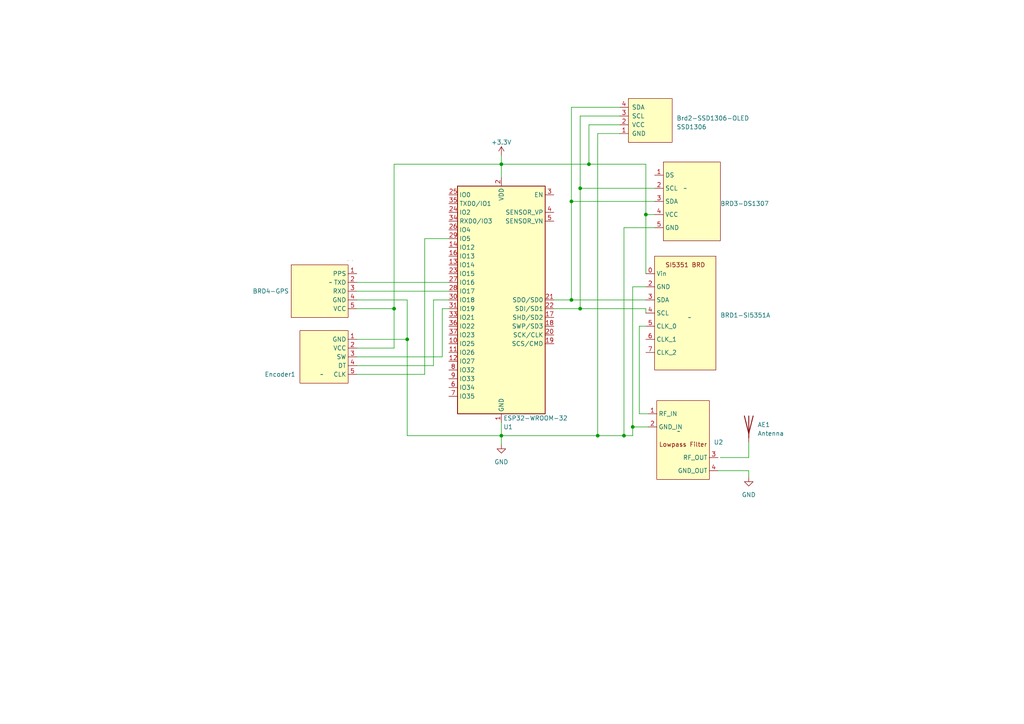
<source format=kicad_sch>
(kicad_sch (version 20230121) (generator eeschema)
  (paper "A4")
  (lib_symbols
    (symbol "Device:Antenna" (pin_numbers hide) (pin_names (offset 1.016) hide)
      (property "Reference" "AE" (at -1.905 1.905 0))
      (property "Value" "Antenna" (at -1.905 0 0))
      (symbol "Antenna_0_1"
        (polyline (pts (xy 0 2.54) (xy 0 -3.81)) (stroke (width 0.254)))
        (polyline (pts (xy 1.27 2.54) (xy 0 -2.54) (xy -1.27 2.54)) (stroke (width 0.254)))
      )
      (symbol "Antenna_1_1"
        (pin input line (at 0 -5.08 90) (length 2.54) (name "A") (number "1"))
      )
    )
    (symbol "ILoveHamRadio:DS1307_RTC_BRD"
      (property "Reference" "U" (at 0 0 0))
      (symbol "DS1307_RTC_BRD_1_1"
        (rectangle (start -6.35 7.62) (end 10.16 -15.24) (fill (type background)))
        (pin input line (at -8.89 3.81 0) (length 2.54) (name "DS") (number "1"))
        (pin bidirectional line (at -8.89 0 0) (length 2.54) (name "SCL") (number "2"))
        (pin bidirectional line (at -8.89 -3.81 0) (length 2.54) (name "SDA") (number "3"))
        (pin power_in line (at -8.89 -7.62 0) (length 2.54) (name "VCC") (number "4"))
        (pin power_in line (at -8.89 -11.43 0) (length 2.54) (name "GND") (number "5"))
      )
    )
    (symbol "ILoveHamRadio:NEO-6M_BRD"
      (property "Reference" "U" (at 0 0 0))
      (symbol "NEO-6M_BRD_0_1"
        (rectangle (start -6.35 6.35) (end -6.35 6.35))
        (rectangle (start -5.08 6.35) (end -5.08 6.35))
      )
      (symbol "NEO-6M_BRD_1_1"
        (rectangle (start -5.08 5.08) (end 11.43 -10.16) (fill (type background)))
        (pin output line (at -7.62 2.54 0) (length 2.54) (name "PPS") (number "1"))
        (pin bidirectional line (at -7.62 0 0) (length 2.54) (name "TXD") (number "2"))
        (pin bidirectional line (at -7.62 -2.54 0) (length 2.54) (name "RXD") (number "3"))
        (pin power_in line (at -7.62 -5.08 0) (length 2.54) (name "GND") (number "4"))
        (pin power_in line (at -7.62 -7.62 0) (length 2.54) (name "VCC") (number "5"))
      )
    )
    (symbol "ILoveHamRadio:RF_Filter"
      (property "Reference" "U" (at 1.27 -1.27 0))
      (symbol "RF_Filter_1_1"
        (rectangle (start -6.35 8.89) (end 8.89 -13.97) (fill (type background)))
        (rectangle (start 0 0) (end 0 0))
        (text "Lowpass Filter" (at 1.27 -3.81 0) (effects (font (size 1.27 1.27))))
        (pin input line (at -8.89 5.08 0) (length 2.54) (name "RF_IN") (number "1"))
        (pin input line (at -8.89 1.27 0) (length 2.54) (name "GND_IN") (number "2"))
        (pin output line (at 11.43 -7.62 180) (length 2.54) (name "RF_OUT") (number "3"))
        (pin output line (at 11.43 -11.43 180) (length 2.54) (name "GND_OUT") (number "4"))
      )
    )
    (symbol "ILoveHamRadio:Rotary Encoder"
      (property "Reference" "SW" (at -1.27 5.08 0))
      (symbol "Rotary Encoder_1_1"
        (rectangle (start -7.62 12.7) (end 6.35 -2.54) (fill (type background)))
        (pin input line (at -10.16 10.16 0) (length 2.54) (name "GND") (number "1"))
        (pin input line (at -10.16 7.62 0) (length 2.54) (name "VCC") (number "2"))
        (pin output line (at -10.16 5.08 0) (length 2.54) (name "SW") (number "3"))
        (pin output line (at -10.16 2.54 0) (length 2.54) (name "DT") (number "4"))
        (pin output line (at -10.16 0 0) (length 2.54) (name "CLK") (number "5"))
      )
    )
    (symbol "ILoveHamRadio:SI5351_Breakout_Board"
      (property "Reference" "U" (at 0 0 0))
      (symbol "SI5351_Breakout_Board_1_1"
        (rectangle (start -10.16 17.78) (end 7.62 -15.24) (fill (type background)))
        (text "SI5351 BRD" (at -1.27 15.24 0) (effects (font (size 1.27 1.27))))
        (pin input line (at -12.7 12.7 0) (length 2.54) (name "Vin") (number "0"))
        (pin input line (at -12.7 8.89 0) (length 2.54) (name "GND") (number "2"))
        (pin input line (at -12.7 5.08 0) (length 2.54) (name "SDA") (number "3"))
        (pin input line (at -12.7 1.27 0) (length 2.54) (name "SCL") (number "4"))
        (pin output line (at -12.7 -2.54 0) (length 2.54) (name "CLK_0") (number "5"))
        (pin output line (at -12.7 -6.35 0) (length 2.54) (name "CLK_1") (number "6"))
        (pin output line (at -12.7 -10.16 0) (length 2.54) (name "CLK_2") (number "7"))
      )
    )
    (symbol "RF_Module:ESP32-WROOM-32"
      (property "Reference" "U" (at -12.7 34.29 0))
      (property "Value" "ESP32-WROOM-32" (at 1.27 34.29 0))
      (symbol "ESP32-WROOM-32_0_1"
        (rectangle (start -12.7 33.02) (end 12.7 -33.02) (stroke (width 0.254)) (fill (type background)))
      )
      (symbol "ESP32-WROOM-32_1_1"
        (pin power_in line (at 0 -35.56 90) (length 2.54) (name "GND") (number "1"))
        (pin bidirectional line (at 15.24 -12.7 180) (length 2.54) (name "IO25") (number "10"))
        (pin bidirectional line (at 15.24 -15.24 180) (length 2.54) (name "IO26") (number "11"))
        (pin bidirectional line (at 15.24 -17.78 180) (length 2.54) (name "IO27") (number "12"))
        (pin bidirectional line (at 15.24 10.16 180) (length 2.54) (name "IO14") (number "13"))
        (pin bidirectional line (at 15.24 15.24 180) (length 2.54) (name "IO12") (number "14"))
        (pin passive line (at 0 -35.56 90) (length 2.54) hide (name "GND") (number "15"))
        (pin bidirectional line (at 15.24 12.7 180) (length 2.54) (name "IO13") (number "16"))
        (pin bidirectional line (at -15.24 -5.08 0) (length 2.54) (name "SHD/SD2") (number "17"))
        (pin bidirectional line (at -15.24 -7.62 0) (length 2.54) (name "SWP/SD3") (number "18"))
        (pin bidirectional line (at -15.24 -12.7 0) (length 2.54) (name "SCS/CMD") (number "19"))
        (pin power_in line (at 0 35.56 270) (length 2.54) (name "VDD") (number "2"))
        (pin bidirectional line (at -15.24 -10.16 0) (length 2.54) (name "SCK/CLK") (number "20"))
        (pin bidirectional line (at -15.24 0 0) (length 2.54) (name "SDO/SD0") (number "21"))
        (pin bidirectional line (at -15.24 -2.54 0) (length 2.54) (name "SDI/SD1") (number "22"))
        (pin bidirectional line (at 15.24 7.62 180) (length 2.54) (name "IO15") (number "23"))
        (pin bidirectional line (at 15.24 25.4 180) (length 2.54) (name "IO2") (number "24"))
        (pin bidirectional line (at 15.24 30.48 180) (length 2.54) (name "IO0") (number "25"))
        (pin bidirectional line (at 15.24 20.32 180) (length 2.54) (name "IO4") (number "26"))
        (pin bidirectional line (at 15.24 5.08 180) (length 2.54) (name "IO16") (number "27"))
        (pin bidirectional line (at 15.24 2.54 180) (length 2.54) (name "IO17") (number "28"))
        (pin bidirectional line (at 15.24 17.78 180) (length 2.54) (name "IO5") (number "29"))
        (pin input line (at -15.24 30.48 0) (length 2.54) (name "EN") (number "3"))
        (pin bidirectional line (at 15.24 0 180) (length 2.54) (name "IO18") (number "30"))
        (pin bidirectional line (at 15.24 -2.54 180) (length 2.54) (name "IO19") (number "31"))
        (pin no_connect line (at -12.7 -27.94 0) (length 2.54) hide (name "NC") (number "32"))
        (pin bidirectional line (at 15.24 -5.08 180) (length 2.54) (name "IO21") (number "33"))
        (pin bidirectional line (at 15.24 22.86 180) (length 2.54) (name "RXD0/IO3") (number "34"))
        (pin bidirectional line (at 15.24 27.94 180) (length 2.54) (name "TXD0/IO1") (number "35"))
        (pin bidirectional line (at 15.24 -7.62 180) (length 2.54) (name "IO22") (number "36"))
        (pin bidirectional line (at 15.24 -10.16 180) (length 2.54) (name "IO23") (number "37"))
        (pin passive line (at 0 -35.56 90) (length 2.54) hide (name "GND") (number "38"))
        (pin passive line (at 0 -35.56 90) (length 2.54) hide (name "GND") (number "39"))
        (pin input line (at -15.24 25.4 0) (length 2.54) (name "SENSOR_VP") (number "4"))
        (pin input line (at -15.24 22.86 0) (length 2.54) (name "SENSOR_VN") (number "5"))
        (pin input line (at 15.24 -25.4 180) (length 2.54) (name "IO34") (number "6"))
        (pin input line (at 15.24 -27.94 180) (length 2.54) (name "IO35") (number "7"))
        (pin bidirectional line (at 15.24 -20.32 180) (length 2.54) (name "IO32") (number "8"))
        (pin bidirectional line (at 15.24 -22.86 180) (length 2.54) (name "IO33") (number "9"))
      )
    )
    (symbol "SSD1306-128x64_OLED:SSD1306" (pin_names (offset 1.016))
      (property "Reference" "Brd" (at 0 -3.81 0))
      (property "Value" "SSD1306" (at 0 -1.27 0))
      (symbol "SSD1306_0_1"
        (rectangle (start -6.35 6.35) (end 6.35 -6.35) (fill (type background)))
      )
      (symbol "SSD1306_1_1"
        (pin input line (at -3.81 8.89 270) (length 2.54) (name "GND") (number "1"))
        (pin input line (at -1.27 8.89 270) (length 2.54) (name "VCC") (number "2"))
        (pin input line (at 1.27 8.89 270) (length 2.54) (name "SCL") (number "3"))
        (pin input line (at 3.81 8.89 270) (length 2.54) (name "SDA") (number "4"))
      )
    )
    (symbol "power:+3.3V" (power) (pin_names (offset 0))
      (property "Value" "+3.3V" (at 0 3.556 0))
      (symbol "+3.3V_0_1"
        (polyline (pts (xy -0.762 1.27) (xy 0 2.54)))
        (polyline (pts (xy 0 0) (xy 0 2.54)))
        (polyline (pts (xy 0 2.54) (xy 0.762 1.27)))
      )
      (symbol "+3.3V_1_1"
        (pin power_in line (at 0 0 90) (length 0) hide (name "+3.3V") (number "1"))
      )
    )
    (symbol "power:GND" (power) (pin_names (offset 0))
      (property "Value" "GND" (at 0 -3.81 0))
      (symbol "GND_0_1"
        (polyline (pts (xy 0 0) (xy 0 -1.27) (xy 1.27 -1.27) (xy 0 -2.54) (xy -1.27 -1.27) (xy 0 -1.27)))
      )
      (symbol "GND_1_1"
        (pin power_in line (at 0 0 270) (length 0) hide (name "GND") (number "1"))
      )
    )
  )
  (junction (at 170.815 47.625))
  (junction (at 187.325 62.23))
  (junction (at 165.735 86.995))
  (junction (at 165.735 58.42))
  (junction (at 145.415 126.365))
  (junction (at 114.3 89.535))
  (junction (at 180.975 126.365))
  (junction (at 118.11 98.425))
  (junction (at 183.515 123.825))
  (junction (at 168.275 54.61))
  (junction (at 168.275 89.535))
  (junction (at 173.355 126.365))
  (junction (at 145.415 47.625))
  (wire (pts (xy 118.11 98.425) (xy 118.11 126.365)))
  (wire (pts (xy 183.515 123.825) (xy 187.96 123.825)))
  (wire (pts (xy 118.11 86.995) (xy 118.11 98.425)))
  (wire (pts (xy 145.415 45.085) (xy 145.415 47.625)))
  (wire (pts (xy 160.655 86.995) (xy 165.735 86.995)))
  (wire (pts (xy 128.27 89.535) (xy 130.175 89.535)))
  (wire (pts (xy 183.515 123.825) (xy 183.515 126.365)))
  (wire (pts (xy 103.505 84.455) (xy 130.175 84.455)))
  (wire (pts (xy 168.275 54.61) (xy 189.865 54.61)))
  (wire (pts (xy 128.27 103.505) (xy 128.27 89.535)))
  (wire (pts (xy 179.705 33.655) (xy 168.275 33.655)))
  (wire (pts (xy 103.505 86.995) (xy 118.11 86.995)))
  (wire (pts (xy 217.17 132.715) (xy 217.17 128.27)))
  (wire (pts (xy 168.275 33.655) (xy 168.275 54.61)))
  (wire (pts (xy 189.865 62.23) (xy 187.325 62.23)))
  (wire (pts (xy 103.505 89.535) (xy 114.3 89.535)))
  (wire (pts (xy 118.11 126.365) (xy 145.415 126.365)))
  (wire (pts (xy 189.865 66.04) (xy 180.975 66.04)))
  (wire (pts (xy 170.815 47.625) (xy 145.415 47.625)))
  (wire (pts (xy 103.505 100.965) (xy 114.3 100.965)))
  (wire (pts (xy 114.3 100.965) (xy 114.3 89.535)))
  (wire (pts (xy 183.515 83.185) (xy 183.515 123.825)))
  (wire (pts (xy 125.73 86.995) (xy 125.73 106.045)))
  (wire (pts (xy 130.175 69.215) (xy 123.19 69.215)))
  (wire (pts (xy 114.3 47.625) (xy 145.415 47.625)))
  (wire (pts (xy 180.975 126.365) (xy 183.515 126.365)))
  (wire (pts (xy 187.325 62.23) (xy 187.325 79.375)))
  (wire (pts (xy 165.735 58.42) (xy 165.735 86.995)))
  (wire (pts (xy 168.275 54.61) (xy 168.275 89.535)))
  (wire (pts (xy 208.28 136.525) (xy 217.17 136.525)))
  (wire (pts (xy 187.325 83.185) (xy 183.515 83.185)))
  (wire (pts (xy 173.355 126.365) (xy 145.415 126.365)))
  (wire (pts (xy 145.415 126.365) (xy 145.415 128.905)))
  (wire (pts (xy 165.735 31.115) (xy 165.735 58.42)))
  (wire (pts (xy 103.505 98.425) (xy 118.11 98.425)))
  (wire (pts (xy 145.415 47.625) (xy 145.415 51.435)))
  (wire (pts (xy 185.42 120.015) (xy 185.42 94.615)))
  (wire (pts (xy 217.17 136.525) (xy 217.17 138.43)))
  (wire (pts (xy 160.655 89.535) (xy 168.275 89.535)))
  (wire (pts (xy 123.19 69.215) (xy 123.19 108.585)))
  (wire (pts (xy 165.735 86.995) (xy 187.325 86.995)))
  (wire (pts (xy 173.355 38.735) (xy 173.355 126.365)))
  (wire (pts (xy 125.73 106.045) (xy 103.505 106.045)))
  (wire (pts (xy 185.42 94.615) (xy 187.325 94.615)))
  (wire (pts (xy 179.705 31.115) (xy 165.735 31.115)))
  (wire (pts (xy 103.505 81.915) (xy 130.175 81.915)))
  (wire (pts (xy 145.415 122.555) (xy 145.415 126.365)))
  (wire (pts (xy 187.96 120.015) (xy 185.42 120.015)))
  (wire (pts (xy 114.3 89.535) (xy 114.3 47.625)))
  (wire (pts (xy 173.355 126.365) (xy 180.975 126.365)))
  (wire (pts (xy 187.325 89.535) (xy 187.325 90.805)))
  (wire (pts (xy 170.815 36.195) (xy 170.815 47.625)))
  (wire (pts (xy 103.505 103.505) (xy 128.27 103.505)))
  (wire (pts (xy 179.705 36.195) (xy 170.815 36.195)))
  (wire (pts (xy 168.275 89.535) (xy 187.325 89.535)))
  (wire (pts (xy 180.975 66.04) (xy 180.975 126.365)))
  (wire (pts (xy 130.175 86.995) (xy 125.73 86.995)))
  (wire (pts (xy 123.19 108.585) (xy 103.505 108.585)))
  (wire (pts (xy 170.815 47.625) (xy 187.325 47.625)))
  (wire (pts (xy 165.735 58.42) (xy 189.865 58.42)))
  (wire (pts (xy 179.705 38.735) (xy 173.355 38.735)))
  (wire (pts (xy 208.915 132.715) (xy 217.17 132.715)))
  (wire (pts (xy 187.325 47.625) (xy 187.325 62.23)))
  (symbol (lib_id "ILoveHamRadio:Rotary Encoder") (at 93.345 108.585 0) (mirror y) (unit 1)
    (property "Reference" "Encoder1" (at 85.725 108.585 0) (effects (justify left)))
    (property "Value" "~" (at 93.345 108.585 0))
    (property "Footprint" "Connector_PinHeader_2.54mm:PinHeader_1x05_P2.54mm_Vertical" (effects hide))
  )
  (symbol (lib_id "power:GND") (at 217.17 138.43 0) (unit 1)
    (property "Reference" "#PWR03" (effects hide))
    (property "Value" "GND" (at 217.17 143.51 0))
  )
  (symbol (lib_id "SSD1306-128x64_OLED:SSD1306") (at 188.595 34.925 90) (unit 1)
    (property "Reference" "Brd2-SSD1306-OLED" (at 196.215 34.29 90) (effects (justify right)))
    (property "Value" "SSD1306" (at 196.215 36.83 90) (effects (justify right)))
    (property "Footprint" "Connector_PinHeader_2.54mm:PinHeader_1x04_P2.54mm_Vertical" (effects hide))
  )
  (symbol (lib_id "ILoveHamRadio:RF_Filter") (at 196.85 125.095 0) (unit 1)
    (property "Reference" "U2" (at 207.01 128.27 0) (effects (justify left)))
    (property "Value" "~" (at 196.85 125.095 0))
  )
  (symbol (lib_id "power:+3.3V") (at 145.415 45.085 0) (unit 1)
    (property "Reference" "#PWR01" (effects hide))
    (property "Value" "+3.3V" (at 145.415 41.275 0))
  )
  (symbol (lib_id "ILoveHamRadio:SI5351_Breakout_Board") (at 200.025 92.075 0) (unit 1)
    (property "Reference" "BRD1-SI5351A" (at 208.915 91.44 0) (effects (justify left)))
    (property "Value" "~" (at 200.025 92.075 0))
    (property "Footprint" "Connector_PinHeader_2.54mm:PinHeader_1x07_P2.54mm_Vertical" (effects hide))
  )
  (symbol (lib_id "Device:Antenna") (at 217.17 123.19 0) (unit 1)
    (property "Reference" "AE1" (at 219.71 123.19 0) (effects (justify left)))
    (property "Value" "Antenna" (at 219.71 125.73 0) (effects (justify left)))
  )
  (symbol (lib_id "ILoveHamRadio:NEO-6M_BRD") (at 95.885 81.915 0) (mirror y) (unit 1)
    (property "Reference" "BRD4-GPS" (at 83.82 84.455 0) (effects (justify left)))
    (property "Value" "~" (at 95.885 81.915 0))
    (property "Footprint" "Connector_PinHeader_2.54mm:PinHeader_1x05_P2.54mm_Vertical" (effects hide))
  )
  (symbol (lib_id "ILoveHamRadio:DS1307_RTC_BRD") (at 198.755 54.61 0) (unit 1)
    (property "Reference" "BRD3-DS1307" (at 208.915 59.055 0) (effects (justify left)))
    (property "Value" "~" (at 198.755 54.61 0))
    (property "Footprint" "Connector_PinHeader_2.54mm:PinHeader_1x05_P2.54mm_Vertical" (effects hide))
  )
  (symbol (lib_id "power:GND") (at 145.415 128.905 0) (unit 1)
    (property "Reference" "#PWR02" (effects hide))
    (property "Value" "GND" (at 145.415 133.985 0))
  )
  (symbol (lib_id "RF_Module:ESP32-WROOM-32") (at 145.415 86.995 0) (mirror y) (unit 1)
    (property "Reference" "U1" (at 145.9991 123.825 0) (effects (justify right)))
    (property "Value" "ESP32-WROOM-32" (at 145.9991 121.285 0) (effects (justify right)))
    (property "Footprint" "RF_Module:ESP32-WROOM-32" (effects hide))
    (property "Datasheet" "https://www.espressif.com/sites/default/files/documentation/esp32-wroom-32_datasheet_en.pdf" (effects hide))
  )
)
</source>
